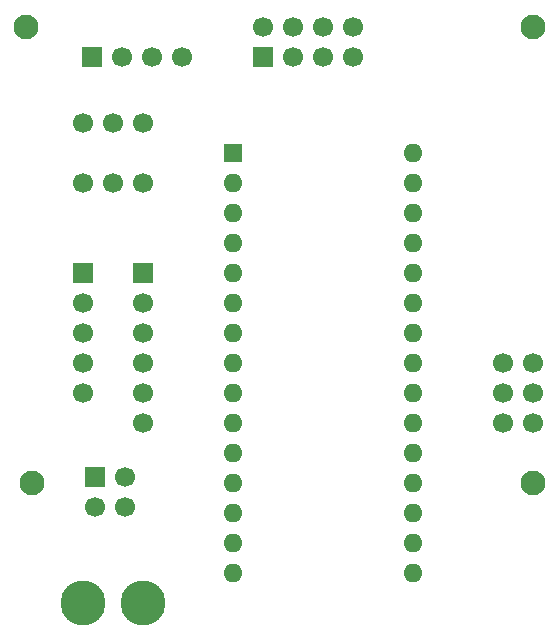
<source format=gbr>
%TF.GenerationSoftware,KiCad,Pcbnew,7.0.6*%
%TF.CreationDate,2023-11-15T18:28:15-08:00*%
%TF.ProjectId,Project 2,50726f6a-6563-4742-9032-2e6b69636164,rev?*%
%TF.SameCoordinates,Original*%
%TF.FileFunction,Soldermask,Top*%
%TF.FilePolarity,Negative*%
%FSLAX46Y46*%
G04 Gerber Fmt 4.6, Leading zero omitted, Abs format (unit mm)*
G04 Created by KiCad (PCBNEW 7.0.6) date 2023-11-15 18:28:15*
%MOMM*%
%LPD*%
G01*
G04 APERTURE LIST*
%ADD10C,1.700000*%
%ADD11R,1.700000X1.700000*%
%ADD12C,2.100000*%
%ADD13R,1.600000X1.600000*%
%ADD14O,1.600000X1.600000*%
%ADD15C,3.800000*%
G04 APERTURE END LIST*
D10*
%TO.C,REF\u002A\u002A*%
X170180000Y-81280000D03*
X167640000Y-81280000D03*
X170180000Y-83820000D03*
X167640000Y-83820000D03*
X170180000Y-86360000D03*
X167640000Y-86360000D03*
%TD*%
D11*
%TO.C,REF\u002A\u002A*%
X133096000Y-90932000D03*
D10*
X133096000Y-93472000D03*
X135636000Y-90932000D03*
X135636000Y-93472000D03*
%TD*%
D12*
%TO.C,REF\u002A\u002A*%
X127254000Y-52832000D03*
%TD*%
D13*
%TO.C,A1*%
X144780000Y-63500000D03*
D14*
X144780000Y-66040000D03*
X144780000Y-68580000D03*
X144780000Y-71120000D03*
X144780000Y-73660000D03*
X144780000Y-76200000D03*
X144780000Y-78740000D03*
X144780000Y-81280000D03*
X144780000Y-83820000D03*
X144780000Y-86360000D03*
X144780000Y-88900000D03*
X144780000Y-91440000D03*
X144780000Y-93980000D03*
X144780000Y-96520000D03*
X144780000Y-99060000D03*
X160020000Y-99060000D03*
X160020000Y-96520000D03*
X160020000Y-93980000D03*
X160020000Y-91440000D03*
X160020000Y-88900000D03*
X160020000Y-86360000D03*
X160020000Y-83820000D03*
X160020000Y-81280000D03*
X160020000Y-78740000D03*
X160020000Y-76200000D03*
X160020000Y-73660000D03*
X160020000Y-71120000D03*
X160020000Y-68580000D03*
X160020000Y-66040000D03*
X160020000Y-63500000D03*
%TD*%
D15*
%TO.C,Vin*%
X132080000Y-101600000D03*
%TD*%
D10*
%TO.C,SW_ECE411*%
X132080000Y-60960000D03*
X134620000Y-60960000D03*
X137160000Y-60960000D03*
X132080000Y-66040000D03*
X134620000Y-66040000D03*
X137160000Y-66040000D03*
%TD*%
D11*
%TO.C,Team 7*%
X132842000Y-55372000D03*
D10*
X135382000Y-55372000D03*
X137922000Y-55372000D03*
X140462000Y-55372000D03*
%TD*%
%TO.C,ADXL335*%
X132080000Y-83820000D03*
X132080000Y-81280000D03*
X132080000Y-78740000D03*
X132080000Y-76200000D03*
D11*
X132080000Y-73660000D03*
%TD*%
%TO.C,NRF24L01*%
X147320000Y-55372000D03*
D10*
X147320000Y-52832000D03*
X149860000Y-55372000D03*
X149860000Y-52832000D03*
X152400000Y-55372000D03*
X152400000Y-52832000D03*
X154940000Y-55372000D03*
X154940000Y-52832000D03*
%TD*%
D11*
%TO.C,L298N*%
X137160000Y-73660000D03*
D10*
X137160000Y-76200000D03*
X137160000Y-78740000D03*
X137160000Y-81280000D03*
X137160000Y-83820000D03*
X137160000Y-86360000D03*
%TD*%
D12*
%TO.C,REF\u002A\u002A*%
X170180000Y-52832000D03*
%TD*%
D15*
%TO.C,GND*%
X137160000Y-101600000D03*
%TD*%
D12*
%TO.C,REF\u002A\u002A*%
X127762000Y-91440000D03*
%TD*%
%TO.C,REF\u002A\u002A*%
X170180000Y-91440000D03*
%TD*%
M02*

</source>
